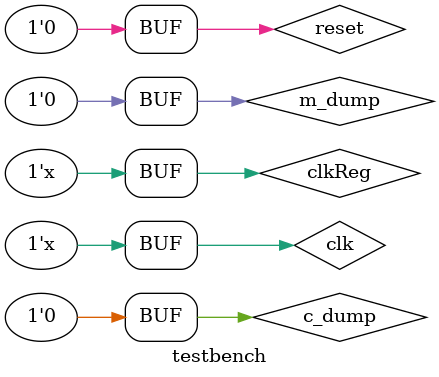
<source format=sv>
`include "cache.sv"
`include "CPU.sv"
`include "mem.sv"

module testbench();
        parameter integer CACHE_WAY = 2;
        parameter integer CACHE_LINE_SIZE = 32;
        parameter integer CACHE_LINE_COUNT = 32;
        parameter integer CACHE_SETS_COUNT = 16;
        parameter integer CACHE_ADDR_SIZE = 20;
        parameter integer CACHE_OFFSET_SIZE = 5;
        parameter integer CACHE_TAG_SIZE = 11;
        parameter integer CACHE_SET_SIZE = 4;
        parameter integer CACHE_SIZE = 1024;
        parameter integer MEM_SIZE = 2 ** 20;
        parameter integer ADDR1_BUS_SIZE = 15;
        parameter integer ADDR2_BUS_SIZE = 15;
        parameter integer DATA1_BUS_SIZE = 16;
        parameter integer DATA2_BUS_SIZE = 16;
        parameter integer CTR1_BUS_SIZE = 3;
        parameter integer CTR2_BUS_SIZE = 2;

        wire[ADDR1_BUS_SIZE - 1:0] a1;
        reg[ADDR1_BUS_SIZE - 1:0] a1Reg;
        wire[ADDR2_BUS_SIZE - 1:0] a2;
        wire[DATA1_BUS_SIZE - 1:0] d1;
        wire[DATA2_BUS_SIZE - 1:0] d2;
        wire[CTR1_BUS_SIZE - 1:0] c1;
        wire[CTR2_BUS_SIZE - 1:0] c2;
        reg c_dump;
        reg m_dump;
        reg reset;

        wire int cache_hits;
        wire int cache_requests;

        reg clkReg;
        wire clk;
        integer x;
        integer y;

        assign clk = clkReg;
        always #1 clkReg = ~clkReg;

        cache cache(.a1(a1), .c1(c1), .d1(d1), .a2(a2), .d2(d2), .c2(c2), .clk(clk), .cache_hits(cache_hits), .cache_requests(cache_requests), .c_dump(c_dump), .reset(reset));
        CPU cpu(.a1(a1), .c1(c1), .d1(d1), .clk(clk), .cache_hits(cache_hits), .cache_requests(cache_requests));
        mem mem(.a2(a2), .c2(c2), .d2(d2), .clk(clk), .m_dump(m_dump), .reset(reset));

        initial begin
        clkReg = 0;
        m_dump = 0;
        c_dump = 0;
        reset = 0;
        end
        endmodule
</source>
